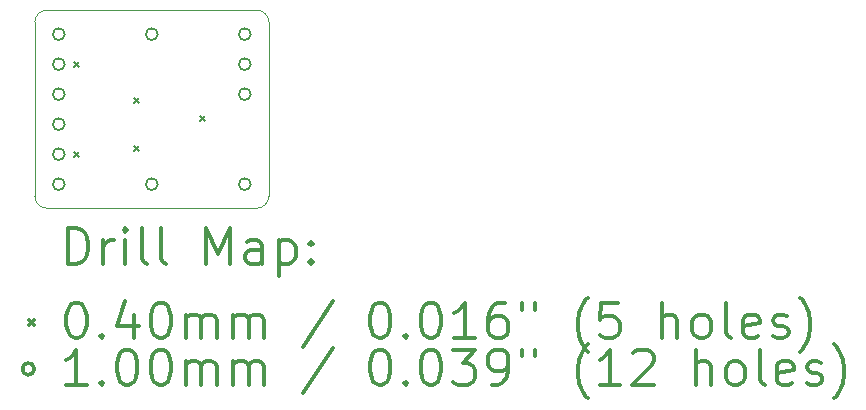
<source format=gbr>
%FSLAX45Y45*%
G04 Gerber Fmt 4.5, Leading zero omitted, Abs format (unit mm)*
G04 Created by KiCad (PCBNEW 5.1.5+dfsg1-2build2) date 2021-05-01 03:04:41*
%MOMM*%
%LPD*%
G04 APERTURE LIST*
%TA.AperFunction,Profile*%
%ADD10C,0.100000*%
%TD*%
%ADD11C,0.200000*%
%ADD12C,0.300000*%
G04 APERTURE END LIST*
D10*
X3860800Y-3403600D02*
G75*
G02X3759200Y-3505200I-101600J0D01*
G01*
X1981200Y-3505200D02*
G75*
G02X1879600Y-3403600I0J101600D01*
G01*
X1879600Y-1930400D02*
G75*
G02X1981200Y-1828800I101600J0D01*
G01*
X3759200Y-1828800D02*
G75*
G02X3860800Y-1930400I0J-101600D01*
G01*
X3860800Y-1930400D02*
X3860800Y-3403600D01*
X1981200Y-1828800D02*
X3759200Y-1828800D01*
X1879600Y-3403600D02*
X1879600Y-1930400D01*
X3759200Y-3505200D02*
X1981200Y-3505200D01*
D11*
X2215200Y-2266000D02*
X2255200Y-2306000D01*
X2255200Y-2266000D02*
X2215200Y-2306000D01*
X2215200Y-3028000D02*
X2255200Y-3068000D01*
X2255200Y-3028000D02*
X2215200Y-3068000D01*
X2723200Y-2570800D02*
X2763200Y-2610800D01*
X2763200Y-2570800D02*
X2723200Y-2610800D01*
X2723200Y-2977200D02*
X2763200Y-3017200D01*
X2763200Y-2977200D02*
X2723200Y-3017200D01*
X3282000Y-2723200D02*
X3322000Y-2763200D01*
X3322000Y-2723200D02*
X3282000Y-2763200D01*
X2920200Y-3302000D02*
G75*
G03X2920200Y-3302000I-50000J0D01*
G01*
X3707600Y-3302000D02*
G75*
G03X3707600Y-3302000I-50000J0D01*
G01*
X2132800Y-2794000D02*
G75*
G03X2132800Y-2794000I-50000J0D01*
G01*
X2132800Y-3048000D02*
G75*
G03X2132800Y-3048000I-50000J0D01*
G01*
X2132800Y-3302000D02*
G75*
G03X2132800Y-3302000I-50000J0D01*
G01*
X2132800Y-2032000D02*
G75*
G03X2132800Y-2032000I-50000J0D01*
G01*
X2132800Y-2286000D02*
G75*
G03X2132800Y-2286000I-50000J0D01*
G01*
X2132800Y-2540000D02*
G75*
G03X2132800Y-2540000I-50000J0D01*
G01*
X2920200Y-2032000D02*
G75*
G03X2920200Y-2032000I-50000J0D01*
G01*
X3707600Y-2032000D02*
G75*
G03X3707600Y-2032000I-50000J0D01*
G01*
X3707600Y-2286000D02*
G75*
G03X3707600Y-2286000I-50000J0D01*
G01*
X3707600Y-2540000D02*
G75*
G03X3707600Y-2540000I-50000J0D01*
G01*
D12*
X2161028Y-3975914D02*
X2161028Y-3675914D01*
X2232457Y-3675914D01*
X2275314Y-3690200D01*
X2303886Y-3718771D01*
X2318171Y-3747343D01*
X2332457Y-3804486D01*
X2332457Y-3847343D01*
X2318171Y-3904486D01*
X2303886Y-3933057D01*
X2275314Y-3961629D01*
X2232457Y-3975914D01*
X2161028Y-3975914D01*
X2461028Y-3975914D02*
X2461028Y-3775914D01*
X2461028Y-3833057D02*
X2475314Y-3804486D01*
X2489600Y-3790200D01*
X2518171Y-3775914D01*
X2546743Y-3775914D01*
X2646743Y-3975914D02*
X2646743Y-3775914D01*
X2646743Y-3675914D02*
X2632457Y-3690200D01*
X2646743Y-3704486D01*
X2661028Y-3690200D01*
X2646743Y-3675914D01*
X2646743Y-3704486D01*
X2832457Y-3975914D02*
X2803886Y-3961629D01*
X2789600Y-3933057D01*
X2789600Y-3675914D01*
X2989600Y-3975914D02*
X2961028Y-3961629D01*
X2946743Y-3933057D01*
X2946743Y-3675914D01*
X3332457Y-3975914D02*
X3332457Y-3675914D01*
X3432457Y-3890200D01*
X3532457Y-3675914D01*
X3532457Y-3975914D01*
X3803886Y-3975914D02*
X3803886Y-3818771D01*
X3789600Y-3790200D01*
X3761028Y-3775914D01*
X3703886Y-3775914D01*
X3675314Y-3790200D01*
X3803886Y-3961629D02*
X3775314Y-3975914D01*
X3703886Y-3975914D01*
X3675314Y-3961629D01*
X3661028Y-3933057D01*
X3661028Y-3904486D01*
X3675314Y-3875914D01*
X3703886Y-3861629D01*
X3775314Y-3861629D01*
X3803886Y-3847343D01*
X3946743Y-3775914D02*
X3946743Y-4075914D01*
X3946743Y-3790200D02*
X3975314Y-3775914D01*
X4032457Y-3775914D01*
X4061028Y-3790200D01*
X4075314Y-3804486D01*
X4089600Y-3833057D01*
X4089600Y-3918771D01*
X4075314Y-3947343D01*
X4061028Y-3961629D01*
X4032457Y-3975914D01*
X3975314Y-3975914D01*
X3946743Y-3961629D01*
X4218171Y-3947343D02*
X4232457Y-3961629D01*
X4218171Y-3975914D01*
X4203886Y-3961629D01*
X4218171Y-3947343D01*
X4218171Y-3975914D01*
X4218171Y-3790200D02*
X4232457Y-3804486D01*
X4218171Y-3818771D01*
X4203886Y-3804486D01*
X4218171Y-3790200D01*
X4218171Y-3818771D01*
X1834600Y-4450200D02*
X1874600Y-4490200D01*
X1874600Y-4450200D02*
X1834600Y-4490200D01*
X2218171Y-4305914D02*
X2246743Y-4305914D01*
X2275314Y-4320200D01*
X2289600Y-4334486D01*
X2303886Y-4363057D01*
X2318171Y-4420200D01*
X2318171Y-4491629D01*
X2303886Y-4548772D01*
X2289600Y-4577343D01*
X2275314Y-4591629D01*
X2246743Y-4605914D01*
X2218171Y-4605914D01*
X2189600Y-4591629D01*
X2175314Y-4577343D01*
X2161028Y-4548772D01*
X2146743Y-4491629D01*
X2146743Y-4420200D01*
X2161028Y-4363057D01*
X2175314Y-4334486D01*
X2189600Y-4320200D01*
X2218171Y-4305914D01*
X2446743Y-4577343D02*
X2461028Y-4591629D01*
X2446743Y-4605914D01*
X2432457Y-4591629D01*
X2446743Y-4577343D01*
X2446743Y-4605914D01*
X2718171Y-4405914D02*
X2718171Y-4605914D01*
X2646743Y-4291629D02*
X2575314Y-4505914D01*
X2761028Y-4505914D01*
X2932457Y-4305914D02*
X2961028Y-4305914D01*
X2989600Y-4320200D01*
X3003886Y-4334486D01*
X3018171Y-4363057D01*
X3032457Y-4420200D01*
X3032457Y-4491629D01*
X3018171Y-4548772D01*
X3003886Y-4577343D01*
X2989600Y-4591629D01*
X2961028Y-4605914D01*
X2932457Y-4605914D01*
X2903886Y-4591629D01*
X2889600Y-4577343D01*
X2875314Y-4548772D01*
X2861028Y-4491629D01*
X2861028Y-4420200D01*
X2875314Y-4363057D01*
X2889600Y-4334486D01*
X2903886Y-4320200D01*
X2932457Y-4305914D01*
X3161028Y-4605914D02*
X3161028Y-4405914D01*
X3161028Y-4434486D02*
X3175314Y-4420200D01*
X3203886Y-4405914D01*
X3246743Y-4405914D01*
X3275314Y-4420200D01*
X3289600Y-4448772D01*
X3289600Y-4605914D01*
X3289600Y-4448772D02*
X3303886Y-4420200D01*
X3332457Y-4405914D01*
X3375314Y-4405914D01*
X3403886Y-4420200D01*
X3418171Y-4448772D01*
X3418171Y-4605914D01*
X3561028Y-4605914D02*
X3561028Y-4405914D01*
X3561028Y-4434486D02*
X3575314Y-4420200D01*
X3603886Y-4405914D01*
X3646743Y-4405914D01*
X3675314Y-4420200D01*
X3689600Y-4448772D01*
X3689600Y-4605914D01*
X3689600Y-4448772D02*
X3703886Y-4420200D01*
X3732457Y-4405914D01*
X3775314Y-4405914D01*
X3803886Y-4420200D01*
X3818171Y-4448772D01*
X3818171Y-4605914D01*
X4403886Y-4291629D02*
X4146743Y-4677343D01*
X4789600Y-4305914D02*
X4818171Y-4305914D01*
X4846743Y-4320200D01*
X4861028Y-4334486D01*
X4875314Y-4363057D01*
X4889600Y-4420200D01*
X4889600Y-4491629D01*
X4875314Y-4548772D01*
X4861028Y-4577343D01*
X4846743Y-4591629D01*
X4818171Y-4605914D01*
X4789600Y-4605914D01*
X4761028Y-4591629D01*
X4746743Y-4577343D01*
X4732457Y-4548772D01*
X4718171Y-4491629D01*
X4718171Y-4420200D01*
X4732457Y-4363057D01*
X4746743Y-4334486D01*
X4761028Y-4320200D01*
X4789600Y-4305914D01*
X5018171Y-4577343D02*
X5032457Y-4591629D01*
X5018171Y-4605914D01*
X5003886Y-4591629D01*
X5018171Y-4577343D01*
X5018171Y-4605914D01*
X5218171Y-4305914D02*
X5246743Y-4305914D01*
X5275314Y-4320200D01*
X5289600Y-4334486D01*
X5303886Y-4363057D01*
X5318171Y-4420200D01*
X5318171Y-4491629D01*
X5303886Y-4548772D01*
X5289600Y-4577343D01*
X5275314Y-4591629D01*
X5246743Y-4605914D01*
X5218171Y-4605914D01*
X5189600Y-4591629D01*
X5175314Y-4577343D01*
X5161028Y-4548772D01*
X5146743Y-4491629D01*
X5146743Y-4420200D01*
X5161028Y-4363057D01*
X5175314Y-4334486D01*
X5189600Y-4320200D01*
X5218171Y-4305914D01*
X5603886Y-4605914D02*
X5432457Y-4605914D01*
X5518171Y-4605914D02*
X5518171Y-4305914D01*
X5489600Y-4348772D01*
X5461028Y-4377343D01*
X5432457Y-4391629D01*
X5861028Y-4305914D02*
X5803886Y-4305914D01*
X5775314Y-4320200D01*
X5761028Y-4334486D01*
X5732457Y-4377343D01*
X5718171Y-4434486D01*
X5718171Y-4548772D01*
X5732457Y-4577343D01*
X5746743Y-4591629D01*
X5775314Y-4605914D01*
X5832457Y-4605914D01*
X5861028Y-4591629D01*
X5875314Y-4577343D01*
X5889600Y-4548772D01*
X5889600Y-4477343D01*
X5875314Y-4448772D01*
X5861028Y-4434486D01*
X5832457Y-4420200D01*
X5775314Y-4420200D01*
X5746743Y-4434486D01*
X5732457Y-4448772D01*
X5718171Y-4477343D01*
X6003886Y-4305914D02*
X6003886Y-4363057D01*
X6118171Y-4305914D02*
X6118171Y-4363057D01*
X6561028Y-4720200D02*
X6546743Y-4705914D01*
X6518171Y-4663057D01*
X6503886Y-4634486D01*
X6489600Y-4591629D01*
X6475314Y-4520200D01*
X6475314Y-4463057D01*
X6489600Y-4391629D01*
X6503886Y-4348772D01*
X6518171Y-4320200D01*
X6546743Y-4277343D01*
X6561028Y-4263057D01*
X6818171Y-4305914D02*
X6675314Y-4305914D01*
X6661028Y-4448772D01*
X6675314Y-4434486D01*
X6703886Y-4420200D01*
X6775314Y-4420200D01*
X6803886Y-4434486D01*
X6818171Y-4448772D01*
X6832457Y-4477343D01*
X6832457Y-4548772D01*
X6818171Y-4577343D01*
X6803886Y-4591629D01*
X6775314Y-4605914D01*
X6703886Y-4605914D01*
X6675314Y-4591629D01*
X6661028Y-4577343D01*
X7189600Y-4605914D02*
X7189600Y-4305914D01*
X7318171Y-4605914D02*
X7318171Y-4448772D01*
X7303886Y-4420200D01*
X7275314Y-4405914D01*
X7232457Y-4405914D01*
X7203886Y-4420200D01*
X7189600Y-4434486D01*
X7503886Y-4605914D02*
X7475314Y-4591629D01*
X7461028Y-4577343D01*
X7446743Y-4548772D01*
X7446743Y-4463057D01*
X7461028Y-4434486D01*
X7475314Y-4420200D01*
X7503886Y-4405914D01*
X7546743Y-4405914D01*
X7575314Y-4420200D01*
X7589600Y-4434486D01*
X7603886Y-4463057D01*
X7603886Y-4548772D01*
X7589600Y-4577343D01*
X7575314Y-4591629D01*
X7546743Y-4605914D01*
X7503886Y-4605914D01*
X7775314Y-4605914D02*
X7746743Y-4591629D01*
X7732457Y-4563057D01*
X7732457Y-4305914D01*
X8003886Y-4591629D02*
X7975314Y-4605914D01*
X7918171Y-4605914D01*
X7889600Y-4591629D01*
X7875314Y-4563057D01*
X7875314Y-4448772D01*
X7889600Y-4420200D01*
X7918171Y-4405914D01*
X7975314Y-4405914D01*
X8003886Y-4420200D01*
X8018171Y-4448772D01*
X8018171Y-4477343D01*
X7875314Y-4505914D01*
X8132457Y-4591629D02*
X8161028Y-4605914D01*
X8218171Y-4605914D01*
X8246743Y-4591629D01*
X8261028Y-4563057D01*
X8261028Y-4548772D01*
X8246743Y-4520200D01*
X8218171Y-4505914D01*
X8175314Y-4505914D01*
X8146743Y-4491629D01*
X8132457Y-4463057D01*
X8132457Y-4448772D01*
X8146743Y-4420200D01*
X8175314Y-4405914D01*
X8218171Y-4405914D01*
X8246743Y-4420200D01*
X8361028Y-4720200D02*
X8375314Y-4705914D01*
X8403886Y-4663057D01*
X8418171Y-4634486D01*
X8432457Y-4591629D01*
X8446743Y-4520200D01*
X8446743Y-4463057D01*
X8432457Y-4391629D01*
X8418171Y-4348772D01*
X8403886Y-4320200D01*
X8375314Y-4277343D01*
X8361028Y-4263057D01*
X1874600Y-4866200D02*
G75*
G03X1874600Y-4866200I-50000J0D01*
G01*
X2318171Y-5001914D02*
X2146743Y-5001914D01*
X2232457Y-5001914D02*
X2232457Y-4701914D01*
X2203886Y-4744772D01*
X2175314Y-4773343D01*
X2146743Y-4787629D01*
X2446743Y-4973343D02*
X2461028Y-4987629D01*
X2446743Y-5001914D01*
X2432457Y-4987629D01*
X2446743Y-4973343D01*
X2446743Y-5001914D01*
X2646743Y-4701914D02*
X2675314Y-4701914D01*
X2703886Y-4716200D01*
X2718171Y-4730486D01*
X2732457Y-4759057D01*
X2746743Y-4816200D01*
X2746743Y-4887629D01*
X2732457Y-4944772D01*
X2718171Y-4973343D01*
X2703886Y-4987629D01*
X2675314Y-5001914D01*
X2646743Y-5001914D01*
X2618171Y-4987629D01*
X2603886Y-4973343D01*
X2589600Y-4944772D01*
X2575314Y-4887629D01*
X2575314Y-4816200D01*
X2589600Y-4759057D01*
X2603886Y-4730486D01*
X2618171Y-4716200D01*
X2646743Y-4701914D01*
X2932457Y-4701914D02*
X2961028Y-4701914D01*
X2989600Y-4716200D01*
X3003886Y-4730486D01*
X3018171Y-4759057D01*
X3032457Y-4816200D01*
X3032457Y-4887629D01*
X3018171Y-4944772D01*
X3003886Y-4973343D01*
X2989600Y-4987629D01*
X2961028Y-5001914D01*
X2932457Y-5001914D01*
X2903886Y-4987629D01*
X2889600Y-4973343D01*
X2875314Y-4944772D01*
X2861028Y-4887629D01*
X2861028Y-4816200D01*
X2875314Y-4759057D01*
X2889600Y-4730486D01*
X2903886Y-4716200D01*
X2932457Y-4701914D01*
X3161028Y-5001914D02*
X3161028Y-4801914D01*
X3161028Y-4830486D02*
X3175314Y-4816200D01*
X3203886Y-4801914D01*
X3246743Y-4801914D01*
X3275314Y-4816200D01*
X3289600Y-4844772D01*
X3289600Y-5001914D01*
X3289600Y-4844772D02*
X3303886Y-4816200D01*
X3332457Y-4801914D01*
X3375314Y-4801914D01*
X3403886Y-4816200D01*
X3418171Y-4844772D01*
X3418171Y-5001914D01*
X3561028Y-5001914D02*
X3561028Y-4801914D01*
X3561028Y-4830486D02*
X3575314Y-4816200D01*
X3603886Y-4801914D01*
X3646743Y-4801914D01*
X3675314Y-4816200D01*
X3689600Y-4844772D01*
X3689600Y-5001914D01*
X3689600Y-4844772D02*
X3703886Y-4816200D01*
X3732457Y-4801914D01*
X3775314Y-4801914D01*
X3803886Y-4816200D01*
X3818171Y-4844772D01*
X3818171Y-5001914D01*
X4403886Y-4687629D02*
X4146743Y-5073343D01*
X4789600Y-4701914D02*
X4818171Y-4701914D01*
X4846743Y-4716200D01*
X4861028Y-4730486D01*
X4875314Y-4759057D01*
X4889600Y-4816200D01*
X4889600Y-4887629D01*
X4875314Y-4944772D01*
X4861028Y-4973343D01*
X4846743Y-4987629D01*
X4818171Y-5001914D01*
X4789600Y-5001914D01*
X4761028Y-4987629D01*
X4746743Y-4973343D01*
X4732457Y-4944772D01*
X4718171Y-4887629D01*
X4718171Y-4816200D01*
X4732457Y-4759057D01*
X4746743Y-4730486D01*
X4761028Y-4716200D01*
X4789600Y-4701914D01*
X5018171Y-4973343D02*
X5032457Y-4987629D01*
X5018171Y-5001914D01*
X5003886Y-4987629D01*
X5018171Y-4973343D01*
X5018171Y-5001914D01*
X5218171Y-4701914D02*
X5246743Y-4701914D01*
X5275314Y-4716200D01*
X5289600Y-4730486D01*
X5303886Y-4759057D01*
X5318171Y-4816200D01*
X5318171Y-4887629D01*
X5303886Y-4944772D01*
X5289600Y-4973343D01*
X5275314Y-4987629D01*
X5246743Y-5001914D01*
X5218171Y-5001914D01*
X5189600Y-4987629D01*
X5175314Y-4973343D01*
X5161028Y-4944772D01*
X5146743Y-4887629D01*
X5146743Y-4816200D01*
X5161028Y-4759057D01*
X5175314Y-4730486D01*
X5189600Y-4716200D01*
X5218171Y-4701914D01*
X5418171Y-4701914D02*
X5603886Y-4701914D01*
X5503886Y-4816200D01*
X5546743Y-4816200D01*
X5575314Y-4830486D01*
X5589600Y-4844772D01*
X5603886Y-4873343D01*
X5603886Y-4944772D01*
X5589600Y-4973343D01*
X5575314Y-4987629D01*
X5546743Y-5001914D01*
X5461028Y-5001914D01*
X5432457Y-4987629D01*
X5418171Y-4973343D01*
X5746743Y-5001914D02*
X5803886Y-5001914D01*
X5832457Y-4987629D01*
X5846743Y-4973343D01*
X5875314Y-4930486D01*
X5889600Y-4873343D01*
X5889600Y-4759057D01*
X5875314Y-4730486D01*
X5861028Y-4716200D01*
X5832457Y-4701914D01*
X5775314Y-4701914D01*
X5746743Y-4716200D01*
X5732457Y-4730486D01*
X5718171Y-4759057D01*
X5718171Y-4830486D01*
X5732457Y-4859057D01*
X5746743Y-4873343D01*
X5775314Y-4887629D01*
X5832457Y-4887629D01*
X5861028Y-4873343D01*
X5875314Y-4859057D01*
X5889600Y-4830486D01*
X6003886Y-4701914D02*
X6003886Y-4759057D01*
X6118171Y-4701914D02*
X6118171Y-4759057D01*
X6561028Y-5116200D02*
X6546743Y-5101914D01*
X6518171Y-5059057D01*
X6503886Y-5030486D01*
X6489600Y-4987629D01*
X6475314Y-4916200D01*
X6475314Y-4859057D01*
X6489600Y-4787629D01*
X6503886Y-4744772D01*
X6518171Y-4716200D01*
X6546743Y-4673343D01*
X6561028Y-4659057D01*
X6832457Y-5001914D02*
X6661028Y-5001914D01*
X6746743Y-5001914D02*
X6746743Y-4701914D01*
X6718171Y-4744772D01*
X6689600Y-4773343D01*
X6661028Y-4787629D01*
X6946743Y-4730486D02*
X6961028Y-4716200D01*
X6989600Y-4701914D01*
X7061028Y-4701914D01*
X7089600Y-4716200D01*
X7103886Y-4730486D01*
X7118171Y-4759057D01*
X7118171Y-4787629D01*
X7103886Y-4830486D01*
X6932457Y-5001914D01*
X7118171Y-5001914D01*
X7475314Y-5001914D02*
X7475314Y-4701914D01*
X7603886Y-5001914D02*
X7603886Y-4844772D01*
X7589600Y-4816200D01*
X7561028Y-4801914D01*
X7518171Y-4801914D01*
X7489600Y-4816200D01*
X7475314Y-4830486D01*
X7789600Y-5001914D02*
X7761028Y-4987629D01*
X7746743Y-4973343D01*
X7732457Y-4944772D01*
X7732457Y-4859057D01*
X7746743Y-4830486D01*
X7761028Y-4816200D01*
X7789600Y-4801914D01*
X7832457Y-4801914D01*
X7861028Y-4816200D01*
X7875314Y-4830486D01*
X7889600Y-4859057D01*
X7889600Y-4944772D01*
X7875314Y-4973343D01*
X7861028Y-4987629D01*
X7832457Y-5001914D01*
X7789600Y-5001914D01*
X8061028Y-5001914D02*
X8032457Y-4987629D01*
X8018171Y-4959057D01*
X8018171Y-4701914D01*
X8289600Y-4987629D02*
X8261028Y-5001914D01*
X8203886Y-5001914D01*
X8175314Y-4987629D01*
X8161028Y-4959057D01*
X8161028Y-4844772D01*
X8175314Y-4816200D01*
X8203886Y-4801914D01*
X8261028Y-4801914D01*
X8289600Y-4816200D01*
X8303886Y-4844772D01*
X8303886Y-4873343D01*
X8161028Y-4901914D01*
X8418171Y-4987629D02*
X8446743Y-5001914D01*
X8503886Y-5001914D01*
X8532457Y-4987629D01*
X8546743Y-4959057D01*
X8546743Y-4944772D01*
X8532457Y-4916200D01*
X8503886Y-4901914D01*
X8461028Y-4901914D01*
X8432457Y-4887629D01*
X8418171Y-4859057D01*
X8418171Y-4844772D01*
X8432457Y-4816200D01*
X8461028Y-4801914D01*
X8503886Y-4801914D01*
X8532457Y-4816200D01*
X8646743Y-5116200D02*
X8661028Y-5101914D01*
X8689600Y-5059057D01*
X8703886Y-5030486D01*
X8718171Y-4987629D01*
X8732457Y-4916200D01*
X8732457Y-4859057D01*
X8718171Y-4787629D01*
X8703886Y-4744772D01*
X8689600Y-4716200D01*
X8661028Y-4673343D01*
X8646743Y-4659057D01*
M02*

</source>
